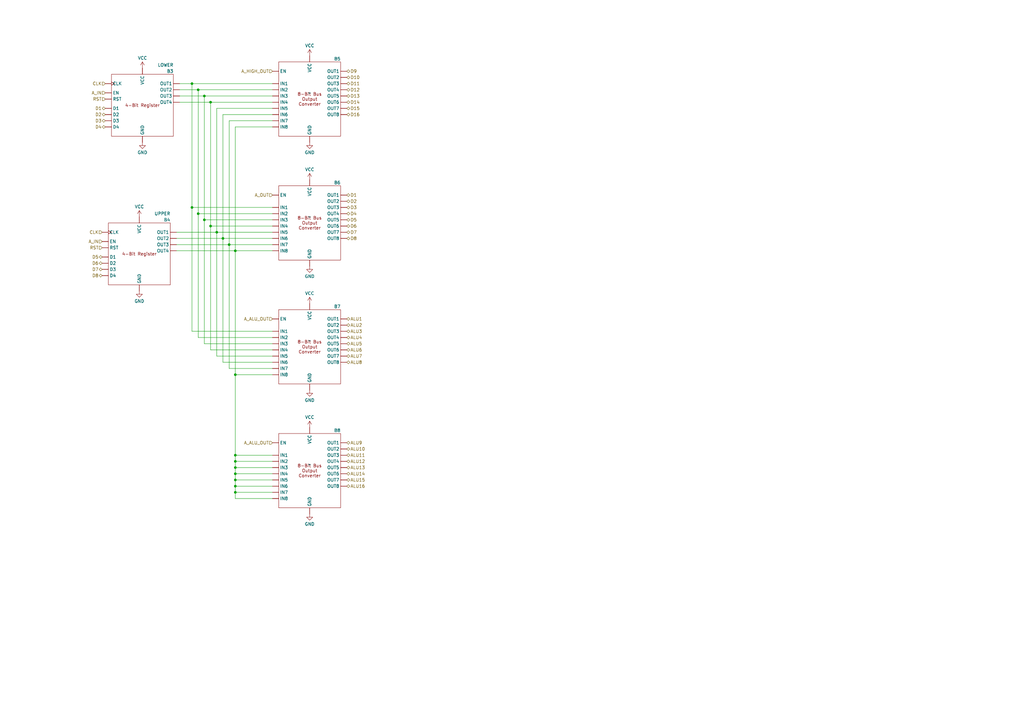
<source format=kicad_sch>
(kicad_sch (version 20230121) (generator eeschema)
  (paper "A3")
  (lib_symbols
    (symbol "MiniDragon:4-Bit Register"
      (property "Reference" "B" (at -12.7 13.97 0))
      (symbol "4-Bit Register_0_1"
        (rectangle (start -12.7 12.7) (end 12.7 -12.7))
      )
      (symbol "4-Bit Register_1_1"
        (text "4-Bit Register" (at 0 0 0) (effects (font (size 1.27 1.27))))
        (pin input clock (at -15.24 8.89 0) (length 2.54) (name "CLK") (number ""))
        (pin input line (at -15.24 -1.27 0) (length 2.54) (name "D1") (number ""))
        (pin input line (at -15.24 -3.81 0) (length 2.54) (name "D2") (number ""))
        (pin input line (at -15.24 -6.35 0) (length 2.54) (name "D3") (number ""))
        (pin input line (at -15.24 -8.89 0) (length 2.54) (name "D4") (number ""))
        (pin input line (at -15.24 5.08 0) (length 2.54) (name "EN") (number ""))
        (pin power_in line (at 0 -15.24 90) (length 2.54) (name "GND") (number ""))
        (pin output line (at 15.24 8.89 180) (length 2.54) (name "OUT1") (number ""))
        (pin output line (at 15.24 6.35 180) (length 2.54) (name "OUT2") (number ""))
        (pin output line (at 15.24 3.81 180) (length 2.54) (name "OUT3") (number ""))
        (pin output line (at 15.24 1.27 180) (length 2.54) (name "OUT4") (number ""))
        (pin input line (at -15.24 2.54 0) (length 2.54) (name "RST") (number ""))
        (pin power_in line (at 0 15.24 270) (length 2.54) (name "VCC") (number ""))
      )
    )
    (symbol "MiniDragon:8-bit Bus Output"
      (property "Reference" "B" (at -12.7 16.51 0))
      (symbol "8-bit Bus Output_0_1"
        (rectangle (start -12.7 15.24) (end 12.7 -15.24))
      )
      (symbol "8-bit Bus Output_1_1"
        (text "8-Bit Bus\nOutput\nConverter" (at 0 0 0) (effects (font (size 1.27 1.27))))
        (pin input line (at -15.24 11.43 0) (length 2.54) (name "EN") (number ""))
        (pin power_in line (at 0 -17.78 90) (length 2.54) (name "GND") (number ""))
        (pin input line (at -15.24 6.35 0) (length 2.54) (name "IN1") (number ""))
        (pin input line (at -15.24 3.81 0) (length 2.54) (name "IN2") (number ""))
        (pin input line (at -15.24 1.27 0) (length 2.54) (name "IN3") (number ""))
        (pin input line (at -15.24 -1.27 0) (length 2.54) (name "IN4") (number ""))
        (pin input line (at -15.24 -3.81 0) (length 2.54) (name "IN5") (number ""))
        (pin input line (at -15.24 -6.35 0) (length 2.54) (name "IN6") (number ""))
        (pin input line (at -15.24 -8.89 0) (length 2.54) (name "IN7") (number ""))
        (pin input line (at -15.24 -11.43 0) (length 2.54) (name "IN8") (number ""))
        (pin open_collector line (at 15.24 11.43 180) (length 2.54) (name "OUT1") (number ""))
        (pin open_collector line (at 15.24 8.89 180) (length 2.54) (name "OUT2") (number ""))
        (pin open_collector line (at 15.24 6.35 180) (length 2.54) (name "OUT3") (number ""))
        (pin open_collector line (at 15.24 3.81 180) (length 2.54) (name "OUT4") (number ""))
        (pin open_collector line (at 15.24 1.27 180) (length 2.54) (name "OUT5") (number ""))
        (pin open_collector line (at 15.24 -1.27 180) (length 2.54) (name "OUT6") (number ""))
        (pin open_collector line (at 15.24 -3.81 180) (length 2.54) (name "OUT7") (number ""))
        (pin open_collector line (at 15.24 -6.35 180) (length 2.54) (name "OUT8") (number ""))
        (pin power_in line (at 0 17.78 270) (length 2.54) (name "VCC") (number ""))
      )
    )
    (symbol "power:GND" (power) (pin_names (offset 0))
      (property "Value" "GND" (at 0 -3.81 0))
      (symbol "GND_0_1"
        (polyline (pts (xy 0 0) (xy 0 -1.27) (xy 1.27 -1.27) (xy 0 -2.54) (xy -1.27 -1.27) (xy 0 -1.27)))
      )
      (symbol "GND_1_1"
        (pin power_in line (at 0 0 270) (length 0) hide (name "GND") (number "1"))
      )
    )
    (symbol "power:VCC" (power) (pin_names (offset 0))
      (property "Value" "VCC" (at 0 3.81 0))
      (symbol "VCC_0_1"
        (polyline (pts (xy -0.762 1.27) (xy 0 2.54)))
        (polyline (pts (xy 0 0) (xy 0 2.54)))
        (polyline (pts (xy 0 2.54) (xy 0.762 1.27)))
      )
      (symbol "VCC_1_1"
        (pin power_in line (at 0 0 90) (length 0) hide (name "VCC") (number "1"))
      )
    )
  )
  (junction (at 78.74 34.29))
  (junction (at 96.52 201.93))
  (junction (at 91.44 97.79))
  (junction (at 96.52 199.39))
  (junction (at 88.9 95.25))
  (junction (at 93.98 100.33))
  (junction (at 78.74 85.09))
  (junction (at 96.52 102.87))
  (junction (at 83.82 39.37))
  (junction (at 96.52 194.31))
  (junction (at 86.36 92.71))
  (junction (at 83.82 90.17))
  (junction (at 96.52 186.69))
  (junction (at 96.52 189.23))
  (junction (at 96.52 196.85))
  (junction (at 81.28 36.83))
  (junction (at 86.36 41.91))
  (junction (at 96.52 191.77))
  (junction (at 96.52 153.67))
  (junction (at 81.28 87.63))
  (wire (pts (xy 96.52 102.87) (xy 111.76 102.87)))
  (wire (pts (xy 86.36 41.91) (xy 86.36 92.71)))
  (wire (pts (xy 93.98 151.13) (xy 111.76 151.13)))
  (wire (pts (xy 91.44 46.99) (xy 111.76 46.99)))
  (wire (pts (xy 96.52 189.23) (xy 96.52 191.77)))
  (wire (pts (xy 72.39 100.33) (xy 93.98 100.33)))
  (wire (pts (xy 73.66 34.29) (xy 78.74 34.29)))
  (wire (pts (xy 96.52 194.31) (xy 96.52 196.85)))
  (wire (pts (xy 83.82 90.17) (xy 83.82 140.97)))
  (wire (pts (xy 96.52 52.07) (xy 111.76 52.07)))
  (wire (pts (xy 96.52 194.31) (xy 111.76 194.31)))
  (wire (pts (xy 83.82 140.97) (xy 111.76 140.97)))
  (wire (pts (xy 96.52 201.93) (xy 96.52 204.47)))
  (wire (pts (xy 96.52 186.69) (xy 96.52 189.23)))
  (wire (pts (xy 96.52 199.39) (xy 96.52 201.93)))
  (wire (pts (xy 83.82 90.17) (xy 111.76 90.17)))
  (wire (pts (xy 83.82 39.37) (xy 83.82 90.17)))
  (wire (pts (xy 78.74 34.29) (xy 78.74 85.09)))
  (wire (pts (xy 91.44 97.79) (xy 91.44 148.59)))
  (wire (pts (xy 78.74 85.09) (xy 111.76 85.09)))
  (wire (pts (xy 81.28 36.83) (xy 111.76 36.83)))
  (wire (pts (xy 88.9 44.45) (xy 111.76 44.45)))
  (wire (pts (xy 73.66 39.37) (xy 83.82 39.37)))
  (wire (pts (xy 81.28 87.63) (xy 111.76 87.63)))
  (wire (pts (xy 78.74 85.09) (xy 78.74 135.89)))
  (wire (pts (xy 96.52 186.69) (xy 111.76 186.69)))
  (wire (pts (xy 96.52 153.67) (xy 111.76 153.67)))
  (wire (pts (xy 93.98 49.53) (xy 93.98 100.33)))
  (wire (pts (xy 83.82 39.37) (xy 111.76 39.37)))
  (wire (pts (xy 96.52 196.85) (xy 96.52 199.39)))
  (wire (pts (xy 88.9 44.45) (xy 88.9 95.25)))
  (wire (pts (xy 86.36 92.71) (xy 111.76 92.71)))
  (wire (pts (xy 81.28 87.63) (xy 81.28 138.43)))
  (wire (pts (xy 78.74 135.89) (xy 111.76 135.89)))
  (wire (pts (xy 96.52 204.47) (xy 111.76 204.47)))
  (wire (pts (xy 72.39 97.79) (xy 91.44 97.79)))
  (wire (pts (xy 96.52 52.07) (xy 96.52 102.87)))
  (wire (pts (xy 93.98 100.33) (xy 93.98 151.13)))
  (wire (pts (xy 96.52 153.67) (xy 96.52 186.69)))
  (wire (pts (xy 86.36 41.91) (xy 111.76 41.91)))
  (wire (pts (xy 96.52 201.93) (xy 111.76 201.93)))
  (wire (pts (xy 93.98 100.33) (xy 111.76 100.33)))
  (wire (pts (xy 88.9 95.25) (xy 111.76 95.25)))
  (wire (pts (xy 88.9 146.05) (xy 111.76 146.05)))
  (wire (pts (xy 91.44 97.79) (xy 111.76 97.79)))
  (wire (pts (xy 96.52 102.87) (xy 96.52 153.67)))
  (wire (pts (xy 78.74 34.29) (xy 111.76 34.29)))
  (wire (pts (xy 88.9 95.25) (xy 88.9 146.05)))
  (wire (pts (xy 72.39 102.87) (xy 96.52 102.87)))
  (wire (pts (xy 86.36 143.51) (xy 111.76 143.51)))
  (wire (pts (xy 96.52 191.77) (xy 111.76 191.77)))
  (wire (pts (xy 91.44 46.99) (xy 91.44 97.79)))
  (wire (pts (xy 73.66 41.91) (xy 86.36 41.91)))
  (wire (pts (xy 96.52 196.85) (xy 111.76 196.85)))
  (wire (pts (xy 72.39 95.25) (xy 88.9 95.25)))
  (wire (pts (xy 96.52 189.23) (xy 111.76 189.23)))
  (wire (pts (xy 86.36 92.71) (xy 86.36 143.51)))
  (wire (pts (xy 93.98 49.53) (xy 111.76 49.53)))
  (wire (pts (xy 96.52 199.39) (xy 111.76 199.39)))
  (wire (pts (xy 73.66 36.83) (xy 81.28 36.83)))
  (wire (pts (xy 96.52 191.77) (xy 96.52 194.31)))
  (wire (pts (xy 81.28 36.83) (xy 81.28 87.63)))
  (wire (pts (xy 81.28 138.43) (xy 111.76 138.43)))
  (wire (pts (xy 91.44 148.59) (xy 111.76 148.59)))
  (hierarchical_label "ALU14" (shape bidirectional) (at 142.24 194.31 0))
  (hierarchical_label "D4" (shape bidirectional) (at 142.24 87.63 0))
  (hierarchical_label "D3" (shape bidirectional) (at 43.18 49.53 180))
  (hierarchical_label "ALU9" (shape bidirectional) (at 142.24 181.61 0))
  (hierarchical_label "ALU13" (shape bidirectional) (at 142.24 191.77 0))
  (hierarchical_label "D16" (shape bidirectional) (at 142.24 46.99 0))
  (hierarchical_label "D12" (shape bidirectional) (at 142.24 36.83 0))
  (hierarchical_label "ALU8" (shape bidirectional) (at 142.24 148.59 0))
  (hierarchical_label "ALU7" (shape bidirectional) (at 142.24 146.05 0))
  (hierarchical_label "ALU1" (shape bidirectional) (at 142.24 130.81 0))
  (hierarchical_label "RST" (shape input) (at 41.91 101.6 180))
  (hierarchical_label "ALU5" (shape bidirectional) (at 142.24 140.97 0))
  (hierarchical_label "CLK" (shape input) (at 41.91 95.25 180))
  (hierarchical_label "D1" (shape bidirectional) (at 43.18 44.45 180))
  (hierarchical_label "D9" (shape bidirectional) (at 142.24 29.21 0))
  (hierarchical_label "D3" (shape bidirectional) (at 142.24 85.09 0))
  (hierarchical_label "ALU3" (shape bidirectional) (at 142.24 135.89 0))
  (hierarchical_label "D15" (shape bidirectional) (at 142.24 44.45 0))
  (hierarchical_label "ALU2" (shape bidirectional) (at 142.24 133.35 0))
  (hierarchical_label "D10" (shape bidirectional) (at 142.24 31.75 0))
  (hierarchical_label "CLK" (shape input) (at 43.18 34.29 180))
  (hierarchical_label "D7" (shape bidirectional) (at 41.91 110.49 180))
  (hierarchical_label "A_HIGH_OUT" (shape input) (at 111.76 29.21 180))
  (hierarchical_label "ALU10" (shape bidirectional) (at 142.24 184.15 0))
  (hierarchical_label "ALU4" (shape bidirectional) (at 142.24 138.43 0))
  (hierarchical_label "ALU12" (shape bidirectional) (at 142.24 189.23 0))
  (hierarchical_label "ALU15" (shape bidirectional) (at 142.24 196.85 0))
  (hierarchical_label "ALU16" (shape bidirectional) (at 142.24 199.39 0))
  (hierarchical_label "D8" (shape bidirectional) (at 142.24 97.79 0))
  (hierarchical_label "D2" (shape bidirectional) (at 43.18 46.99 180))
  (hierarchical_label "A_IN" (shape input) (at 43.18 38.1 180))
  (hierarchical_label "D5" (shape bidirectional) (at 142.24 90.17 0))
  (hierarchical_label "A_ALU_OUT" (shape input) (at 111.76 181.61 180))
  (hierarchical_label "RST" (shape input) (at 43.18 40.64 180))
  (hierarchical_label "D6" (shape bidirectional) (at 41.91 107.95 180))
  (hierarchical_label "A_ALU_OUT" (shape input) (at 111.76 130.81 180))
  (hierarchical_label "D5" (shape bidirectional) (at 41.91 105.41 180))
  (hierarchical_label "ALU6" (shape bidirectional) (at 142.24 143.51 0))
  (hierarchical_label "D8" (shape bidirectional) (at 41.91 113.03 180))
  (hierarchical_label "D6" (shape bidirectional) (at 142.24 92.71 0))
  (hierarchical_label "D7" (shape bidirectional) (at 142.24 95.25 0))
  (hierarchical_label "D2" (shape bidirectional) (at 142.24 82.55 0))
  (hierarchical_label "D4" (shape bidirectional) (at 43.18 52.07 180))
  (hierarchical_label "ALU11" (shape bidirectional) (at 142.24 186.69 0))
  (hierarchical_label "D11" (shape bidirectional) (at 142.24 34.29 0))
  (hierarchical_label "A_OUT" (shape input) (at 111.76 80.01 180))
  (hierarchical_label "D13" (shape bidirectional) (at 142.24 39.37 0))
  (hierarchical_label "D1" (shape bidirectional) (at 142.24 80.01 0))
  (hierarchical_label "A_IN" (shape input) (at 41.91 99.06 180))
  (hierarchical_label "D14" (shape bidirectional) (at 142.24 41.91 0))
  (symbol (lib_id "power:GND") (at 127 109.22 0) (unit 1)
    (property "Reference" "#PWR012" (effects hide))
    (property "Value" "GND" (at 127 113.3531 0))
  )
  (symbol (lib_id "MiniDragon:4-Bit Register") (at 58.42 43.18 0) (unit 1)
    (property "Reference" "B3" (at 71.12 29.21 0) (effects (justify right)))
    (property "Value" "LOWER" (at 71.12 26.67 0) (effects (justify right)))
  )
  (symbol (lib_id "power:VCC") (at 127 22.86 0) (unit 1)
    (property "Reference" "#PWR05" (effects hide))
    (property "Value" "VCC" (at 127 18.7269 0))
  )
  (symbol (lib_id "power:GND") (at 57.15 119.38 0) (unit 1)
    (property "Reference" "#PWR011" (effects hide))
    (property "Value" "GND" (at 57.15 123.5131 0))
  )
  (symbol (lib_id "MiniDragon:8-bit Bus Output") (at 127 142.24 0) (unit 1)
    (property "Reference" "B7" (at 139.7 125.73 0) (effects (justify right)))
    (property "Value" "~" (at 127 139.7 0))
  )
  (symbol (lib_id "power:GND") (at 127 160.02 0) (unit 1)
    (property "Reference" "#PWR013" (effects hide))
    (property "Value" "GND" (at 127 164.1531 0))
  )
  (symbol (lib_id "power:VCC") (at 127 175.26 0) (unit 1)
    (property "Reference" "#PWR016" (effects hide))
    (property "Value" "VCC" (at 127 171.1269 0))
  )
  (symbol (lib_id "power:GND") (at 58.42 58.42 0) (unit 1)
    (property "Reference" "#PWR010" (effects hide))
    (property "Value" "GND" (at 58.42 62.5531 0))
  )
  (symbol (lib_id "power:GND") (at 127 58.42 0) (unit 1)
    (property "Reference" "#PWR09" (effects hide))
    (property "Value" "GND" (at 127 62.5531 0))
  )
  (symbol (lib_id "MiniDragon:8-bit Bus Output") (at 127 91.44 0) (unit 1)
    (property "Reference" "B6" (at 139.7 74.93 0) (effects (justify right)))
    (property "Value" "~" (at 127 88.9 0))
  )
  (symbol (lib_id "power:VCC") (at 127 73.66 0) (unit 1)
    (property "Reference" "#PWR08" (effects hide))
    (property "Value" "VCC" (at 127 69.5269 0))
  )
  (symbol (lib_id "power:VCC") (at 127 124.46 0) (unit 1)
    (property "Reference" "#PWR015" (effects hide))
    (property "Value" "VCC" (at 127 120.3269 0))
  )
  (symbol (lib_id "power:VCC") (at 57.15 88.9 0) (unit 1)
    (property "Reference" "#PWR07" (effects hide))
    (property "Value" "VCC" (at 57.15 84.7669 0))
  )
  (symbol (lib_id "MiniDragon:8-bit Bus Output") (at 127 40.64 0) (unit 1)
    (property "Reference" "B5" (at 139.7 24.13 0) (effects (justify right)))
    (property "Value" "~" (at 127 38.1 0))
  )
  (symbol (lib_id "power:VCC") (at 58.42 27.94 0) (unit 1)
    (property "Reference" "#PWR06" (effects hide))
    (property "Value" "VCC" (at 58.42 23.8069 0))
  )
  (symbol (lib_id "MiniDragon:4-Bit Register") (at 57.15 104.14 0) (unit 1)
    (property "Reference" "B4" (at 69.85 90.17 0) (effects (justify right)))
    (property "Value" "UPPER" (at 69.85 87.63 0) (effects (justify right)))
  )
  (symbol (lib_id "power:GND") (at 127 210.82 0) (unit 1)
    (property "Reference" "#PWR014" (effects hide))
    (property "Value" "GND" (at 127 214.9531 0))
  )
  (symbol (lib_id "MiniDragon:8-bit Bus Output") (at 127 193.04 0) (unit 1)
    (property "Reference" "B8" (at 139.7 176.53 0) (effects (justify right)))
    (property "Value" "~" (at 127 190.5 0))
  )
)
</source>
